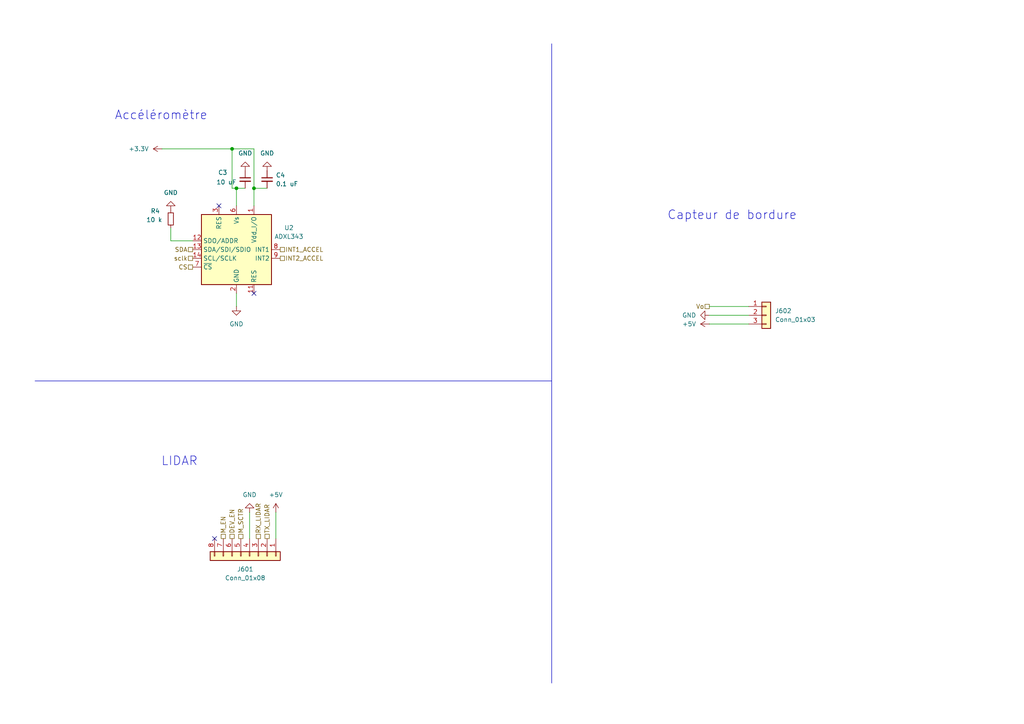
<source format=kicad_sch>
(kicad_sch (version 20231120) (generator "eeschema") (generator_version "8.0")
  (paper "A4")
  (lib_symbols
    (symbol "Connector_Generic:Conn_01x03" (pin_names (offset 1.016) hide)
      (property "Reference" "J" (at 0 5.08 0))
      (property "Value" "Conn_01x03" (at 0 -5.08 0))
      (symbol "Conn_01x03_1_1"
        (rectangle (start -1.27 -2.413) (end 0 -2.667) (stroke (width 0.1524)))
        (rectangle (start -1.27 0.127) (end 0 -0.127) (stroke (width 0.1524)))
        (rectangle (start -1.27 2.667) (end 0 2.413) (stroke (width 0.1524)))
        (rectangle (start -1.27 3.81) (end 1.27 -3.81) (stroke (width 0.254)) (fill (type background)))
        (pin passive line (at -5.08 2.54 0) (length 3.81) (name "Pin_1") (number "1"))
        (pin passive line (at -5.08 0 0) (length 3.81) (name "Pin_2") (number "2"))
        (pin passive line (at -5.08 -2.54 0) (length 3.81) (name "Pin_3") (number "3"))
      )
    )
    (symbol "Connector_Generic:Conn_01x08" (pin_names (offset 1.016) hide)
      (property "Reference" "J" (at 0 10.16 0))
      (property "Value" "Conn_01x08" (at 0 -12.7 0))
      (symbol "Conn_01x08_1_1"
        (rectangle (start -1.27 -10.033) (end 0 -10.287) (stroke (width 0.1524)))
        (rectangle (start -1.27 -7.493) (end 0 -7.747) (stroke (width 0.1524)))
        (rectangle (start -1.27 -4.953) (end 0 -5.207) (stroke (width 0.1524)))
        (rectangle (start -1.27 -2.413) (end 0 -2.667) (stroke (width 0.1524)))
        (rectangle (start -1.27 0.127) (end 0 -0.127) (stroke (width 0.1524)))
        (rectangle (start -1.27 2.667) (end 0 2.413) (stroke (width 0.1524)))
        (rectangle (start -1.27 5.207) (end 0 4.953) (stroke (width 0.1524)))
        (rectangle (start -1.27 7.747) (end 0 7.493) (stroke (width 0.1524)))
        (rectangle (start -1.27 8.89) (end 1.27 -11.43) (stroke (width 0.254)) (fill (type background)))
        (pin passive line (at -5.08 7.62 0) (length 3.81) (name "Pin_1") (number "1"))
        (pin passive line (at -5.08 5.08 0) (length 3.81) (name "Pin_2") (number "2"))
        (pin passive line (at -5.08 2.54 0) (length 3.81) (name "Pin_3") (number "3"))
        (pin passive line (at -5.08 0 0) (length 3.81) (name "Pin_4") (number "4"))
        (pin passive line (at -5.08 -2.54 0) (length 3.81) (name "Pin_5") (number "5"))
        (pin passive line (at -5.08 -5.08 0) (length 3.81) (name "Pin_6") (number "6"))
        (pin passive line (at -5.08 -7.62 0) (length 3.81) (name "Pin_7") (number "7"))
        (pin passive line (at -5.08 -10.16 0) (length 3.81) (name "Pin_8") (number "8"))
      )
    )
    (symbol "Device:C_Small" (pin_numbers hide) (pin_names (offset 0.254) hide)
      (property "Reference" "C" (at 0.254 1.778 0))
      (property "Value" "C_Small" (at 0.254 -2.032 0))
      (symbol "C_Small_0_1"
        (polyline (pts (xy -1.524 -0.508) (xy 1.524 -0.508)) (stroke (width 0.3302)))
        (polyline (pts (xy -1.524 0.508) (xy 1.524 0.508)) (stroke (width 0.3048)))
      )
      (symbol "C_Small_1_1"
        (pin passive line (at 0 2.54 270) (length 2.032) (name "~") (number "1"))
        (pin passive line (at 0 -2.54 90) (length 2.032) (name "~") (number "2"))
      )
    )
    (symbol "Device:R_Small" (pin_numbers hide) (pin_names (offset 0.254) hide)
      (property "Reference" "R" (at 0.762 0.508 0))
      (property "Value" "R_Small" (at 0.762 -1.016 0))
      (symbol "R_Small_0_1"
        (rectangle (start -0.762 1.778) (end 0.762 -1.778) (stroke (width 0.2032)))
      )
      (symbol "R_Small_1_1"
        (pin passive line (at 0 2.54 270) (length 0.762) (name "~") (number "1"))
        (pin passive line (at 0 -2.54 90) (length 0.762) (name "~") (number "2"))
      )
    )
    (symbol "Sensor_Motion:ADXL343"
      (property "Reference" "U" (at -8.89 11.43 0))
      (property "Value" "ADXL343" (at -7.62 -11.43 0))
      (symbol "ADXL343_0_1"
        (rectangle (start -10.16 10.16) (end 10.16 -10.16) (stroke (width 0.254)) (fill (type background)))
      )
      (symbol "ADXL343_1_1"
        (pin power_in line (at 5.08 12.7 270) (length 2.54) (name "Vdd_I/O") (number "1"))
        (pin no_connect line (at -5.08 -10.16 90) (length 2.54) hide (name "NC") (number "10"))
        (pin passive line (at 5.08 -12.7 90) (length 2.54) (name "RES") (number "11"))
        (pin bidirectional line (at -12.7 2.54 0) (length 2.54) (name "SDO/ADDR") (number "12"))
        (pin bidirectional line (at -12.7 0 0) (length 2.54) (name "SDA/SDI/SDIO") (number "13"))
        (pin input line (at -12.7 -2.54 0) (length 2.54) (name "SCL/SCLK") (number "14"))
        (pin power_in line (at 0 -12.7 90) (length 2.54) (name "GND") (number "2"))
        (pin passive line (at -5.08 12.7 270) (length 2.54) (name "RES") (number "3"))
        (pin passive line (at 0 -12.7 90) (length 2.54) hide (name "GND") (number "4"))
        (pin passive line (at 0 -12.7 90) (length 2.54) hide (name "GND") (number "5"))
        (pin power_in line (at 0 12.7 270) (length 2.54) (name "Vs") (number "6"))
        (pin input line (at -12.7 -5.08 0) (length 2.54) (name "~{CS}") (number "7"))
        (pin output line (at 12.7 0 180) (length 2.54) (name "INT1") (number "8"))
        (pin output line (at 12.7 -2.54 180) (length 2.54) (name "INT2") (number "9"))
      )
    )
    (symbol "power:+3.3V" (power) (pin_numbers hide) (pin_names (offset 0) hide)
      (property "Value" "+3.3V" (at 0 3.556 0))
      (symbol "+3.3V_0_1"
        (polyline (pts (xy -0.762 1.27) (xy 0 2.54)))
        (polyline (pts (xy 0 0) (xy 0 2.54)))
        (polyline (pts (xy 0 2.54) (xy 0.762 1.27)))
      )
      (symbol "+3.3V_1_1"
        (pin power_in line (at 0 0 90) (length 0) (name "~") (number "1"))
      )
    )
    (symbol "power:+5V" (power) (pin_numbers hide) (pin_names (offset 0) hide)
      (property "Value" "+5V" (at 0 3.556 0))
      (symbol "+5V_0_1"
        (polyline (pts (xy -0.762 1.27) (xy 0 2.54)))
        (polyline (pts (xy 0 0) (xy 0 2.54)))
        (polyline (pts (xy 0 2.54) (xy 0.762 1.27)))
      )
      (symbol "+5V_1_1"
        (pin power_in line (at 0 0 90) (length 0) (name "~") (number "1"))
      )
    )
    (symbol "power:GND" (power) (pin_numbers hide) (pin_names (offset 0) hide)
      (property "Value" "GND" (at 0 -3.81 0))
      (symbol "GND_0_1"
        (polyline (pts (xy 0 0) (xy 0 -1.27) (xy 1.27 -1.27) (xy 0 -2.54) (xy -1.27 -1.27) (xy 0 -1.27)))
      )
      (symbol "GND_1_1"
        (pin power_in line (at 0 0 270) (length 0) (name "~") (number "1"))
      )
    )
  )
  (junction (at 67.31 43.18))
  (junction (at 68.58 54.61))
  (junction (at 73.66 54.61))
  (no_connect (at 73.66 85.09))
  (no_connect (at 63.5 59.69))
  (no_connect (at 62.23 156.21))
  (wire (pts (xy 49.53 69.85) (xy 55.88 69.85)))
  (wire (pts (xy 205.74 91.44) (xy 217.17 91.44)))
  (wire (pts (xy 67.31 43.18) (xy 73.66 43.18)))
  (polyline (pts (xy 160.02 12.7) (xy 160.02 198.12)))
  (wire (pts (xy 73.66 54.61) (xy 73.66 59.69)))
  (wire (pts (xy 80.01 148.59) (xy 80.01 156.21)))
  (wire (pts (xy 205.74 93.98) (xy 217.17 93.98)))
  (polyline (pts (xy 10.16 110.49) (xy 160.02 110.49)))
  (wire (pts (xy 205.74 88.9) (xy 217.17 88.9)))
  (wire (pts (xy 68.58 85.09) (xy 68.58 88.9)))
  (wire (pts (xy 68.58 54.61) (xy 67.31 54.61)))
  (wire (pts (xy 73.66 54.61) (xy 77.47 54.61)))
  (wire (pts (xy 68.58 59.69) (xy 68.58 54.61)))
  (wire (pts (xy 72.39 148.59) (xy 72.39 156.21)))
  (wire (pts (xy 46.99 43.18) (xy 67.31 43.18)))
  (wire (pts (xy 67.31 43.18) (xy 67.31 54.61)))
  (wire (pts (xy 73.66 43.18) (xy 73.66 54.61)))
  (wire (pts (xy 68.58 54.61) (xy 71.12 54.61)))
  (wire (pts (xy 49.53 66.04) (xy 49.53 69.85)))
  (text "LIDAR" (at 52.07 133.858 0) (effects (font (size 2.54 2.54))))
  (text "Accéléromètre" (at 46.736 33.528 0) (effects (font (size 2.54 2.54))))
  (text "Capteur de bordure\n" (at 212.344 62.484 0) (effects (font (size 2.54 2.54))))
  (hierarchical_label "sclk" (shape passive) (at 55.88 74.93 180))
  (hierarchical_label "INT1_ACCEL" (shape passive) (at 81.28 72.39 0))
  (hierarchical_label "RX_LIDAR" (shape passive) (at 74.93 156.21 90))
  (hierarchical_label "DEV_EN" (shape passive) (at 67.31 156.21 90))
  (hierarchical_label "Vo" (shape passive) (at 205.74 88.9 180))
  (hierarchical_label "SDA" (shape passive) (at 55.88 72.39 180))
  (hierarchical_label "CS" (shape passive) (at 55.88 77.47 180))
  (hierarchical_label "INT2_ACCEL" (shape passive) (at 81.28 74.93 0))
  (hierarchical_label "M_EN" (shape passive) (at 64.77 156.21 90))
  (hierarchical_label "M_SCTR" (shape passive) (at 69.85 156.21 90))
  (hierarchical_label "TX_LIDAR" (shape passive) (at 77.47 156.21 90))
  (symbol (lib_id "Device:C_Small") (at 71.12 52.07 0) (unit 1)
    (property "Reference" "C3" (at 63.246 50.038 0) (effects (justify left)))
    (property "Value" "10 uF" (at 62.738 52.832 0) (effects (justify left)))
    (property "Description" "Unpolarized capacitor, small symbol" (effects (hide yes)))
  )
  (symbol (lib_id "power:GND") (at 68.58 88.9 0) (unit 1)
    (property "Reference" "#PWR012" (effects (hide yes)))
    (property "Value" "GND" (at 68.58 93.98 0))
    (property "Description" "Power symbol creates a global label with name \"GND\" , ground" (effects (hide yes)))
  )
  (symbol (lib_id "power:+5V") (at 80.01 148.59 0) (unit 1)
    (property "Reference" "#PWR0602" (effects (hide yes)))
    (property "Value" "+5V" (at 80.01 143.51 0))
    (property "Description" "Power symbol creates a global label with name \"+5V\"" (effects (hide yes)))
  )
  (symbol (lib_id "power:+5V") (at 205.74 93.98 90) (unit 1)
    (property "Reference" "#PWR0604" (effects (hide yes)))
    (property "Value" "+5V" (at 201.93 93.9799 90) (effects (justify left)))
    (property "Description" "Power symbol creates a global label with name \"+5V\"" (effects (hide yes)))
  )
  (symbol (lib_id "power:GND") (at 49.53 60.96 180) (unit 1)
    (property "Reference" "#PWR011" (effects (hide yes)))
    (property "Value" "GND" (at 49.53 55.88 0))
    (property "Description" "Power symbol creates a global label with name \"GND\" , ground" (effects (hide yes)))
  )
  (symbol (lib_id "Connector_Generic:Conn_01x08") (at 72.39 161.29 270) (unit 1)
    (property "Reference" "J601" (at 71.12 165.1 90))
    (property "Value" "Conn_01x08" (at 71.12 167.64 90))
    (property "Description" "Generic connector, single row, 01x08, script generated (kicad-library-utils/schlib/autogen/connector/)" (effects (hide yes)))
  )
  (symbol (lib_id "power:GND") (at 205.74 91.44 270) (unit 1)
    (property "Reference" "#PWR0603" (effects (hide yes)))
    (property "Value" "GND" (at 201.93 91.4399 90) (effects (justify right)))
    (property "Description" "Power symbol creates a global label with name \"GND\" , ground" (effects (hide yes)))
  )
  (symbol (lib_id "Device:C_Small") (at 77.47 52.07 0) (unit 1)
    (property "Reference" "C4" (at 80.01 50.8062 0) (effects (justify left)))
    (property "Value" "0.1 uF" (at 80.01 53.3462 0) (effects (justify left)))
    (property "Description" "Unpolarized capacitor, small symbol" (effects (hide yes)))
  )
  (symbol (lib_id "power:GND") (at 72.39 148.59 180) (unit 1)
    (property "Reference" "#PWR0601" (effects (hide yes)))
    (property "Value" "GND" (at 72.39 143.51 0))
    (property "Description" "Power symbol creates a global label with name \"GND\" , ground" (effects (hide yes)))
  )
  (symbol (lib_id "power:GND") (at 71.12 49.53 180) (unit 1)
    (property "Reference" "#PWR013" (effects (hide yes)))
    (property "Value" "GND" (at 71.12 44.45 0))
    (property "Description" "Power symbol creates a global label with name \"GND\" , ground" (effects (hide yes)))
  )
  (symbol (lib_id "power:+3.3V") (at 46.99 43.18 90) (unit 1)
    (property "Reference" "#PWR010" (effects (hide yes)))
    (property "Value" "+3.3V" (at 43.18 43.1799 90) (effects (justify left)))
    (property "Description" "Power symbol creates a global label with name \"+3.3V\"" (effects (hide yes)))
  )
  (symbol (lib_id "Device:R_Small") (at 49.53 63.5 0) (unit 1)
    (property "Reference" "R4" (at 43.688 61.214 0) (effects (justify left)))
    (property "Value" "10 k" (at 42.418 63.754 0) (effects (justify left)))
    (property "Description" "Resistor, small symbol" (effects (hide yes)))
  )
  (symbol (lib_id "power:GND") (at 77.47 49.53 180) (unit 1)
    (property "Reference" "#PWR014" (effects (hide yes)))
    (property "Value" "GND" (at 77.47 44.45 0))
    (property "Description" "Power symbol creates a global label with name \"GND\" , ground" (effects (hide yes)))
  )
  (symbol (lib_id "Sensor_Motion:ADXL343") (at 68.58 72.39 0) (unit 1)
    (property "Reference" "U2" (at 83.82 66.0714 0))
    (property "Value" "ADXL343" (at 83.82 68.6114 0))
    (property "Footprint" "Package_LGA:LGA-14_3x5mm_P0.8mm_LayoutBorder1x6y" (effects (hide yes)))
    (property "Datasheet" "https://www.analog.com/media/en/technical-documentation/data-sheets/ADXL343.pdf" (effects (hide yes)))
    (property "Description" "3-Axis MEMS Accelerometer, 2/4/8/16g range, I2C/SPI, LGA-14" (effects (hide yes)))
  )
  (symbol (lib_id "Connector_Generic:Conn_01x03") (at 222.25 91.44 0) (unit 1)
    (property "Reference" "J602" (at 224.79 90.1699 0) (effects (justify left)))
    (property "Value" "Conn_01x03" (at 224.79 92.7099 0) (effects (justify left)))
    (property "Description" "Generic connector, single row, 01x03, script generated (kicad-library-utils/schlib/autogen/connector/)" (effects (hide yes)))
  )
)
</source>
